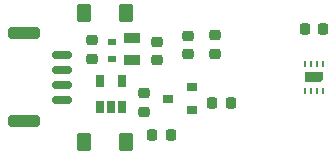
<source format=gbr>
%TF.GenerationSoftware,KiCad,Pcbnew,7.0.7-7.0.7~ubuntu23.04.1*%
%TF.CreationDate,2023-09-24T13:43:27+00:00*%
%TF.ProjectId,TFHT01,54464854-3031-42e6-9b69-6361645f7063,rev?*%
%TF.SameCoordinates,Original*%
%TF.FileFunction,Paste,Bot*%
%TF.FilePolarity,Positive*%
%FSLAX46Y46*%
G04 Gerber Fmt 4.6, Leading zero omitted, Abs format (unit mm)*
G04 Created by KiCad (PCBNEW 7.0.7-7.0.7~ubuntu23.04.1) date 2023-09-24 13:43:27*
%MOMM*%
%LPD*%
G01*
G04 APERTURE LIST*
G04 Aperture macros list*
%AMRoundRect*
0 Rectangle with rounded corners*
0 $1 Rounding radius*
0 $2 $3 $4 $5 $6 $7 $8 $9 X,Y pos of 4 corners*
0 Add a 4 corners polygon primitive as box body*
4,1,4,$2,$3,$4,$5,$6,$7,$8,$9,$2,$3,0*
0 Add four circle primitives for the rounded corners*
1,1,$1+$1,$2,$3*
1,1,$1+$1,$4,$5*
1,1,$1+$1,$6,$7*
1,1,$1+$1,$8,$9*
0 Add four rect primitives between the rounded corners*
20,1,$1+$1,$2,$3,$4,$5,0*
20,1,$1+$1,$4,$5,$6,$7,0*
20,1,$1+$1,$6,$7,$8,$9,0*
20,1,$1+$1,$8,$9,$2,$3,0*%
%AMFreePoly0*
4,1,6,0.450000,-0.800000,-0.180000,-0.800000,-0.450000,-0.530000,-0.450000,0.800000,0.450000,0.800000,0.450000,-0.800000,0.450000,-0.800000,$1*%
G04 Aperture macros list end*
%ADD10RoundRect,0.166667X0.458333X0.583333X-0.458333X0.583333X-0.458333X-0.583333X0.458333X-0.583333X0*%
%ADD11RoundRect,0.166667X-0.458333X-0.583333X0.458333X-0.583333X0.458333X0.583333X-0.458333X0.583333X0*%
%ADD12RoundRect,0.218750X0.256250X-0.218750X0.256250X0.218750X-0.256250X0.218750X-0.256250X-0.218750X0*%
%ADD13FreePoly0,90.000000*%
%ADD14R,0.250000X0.550000*%
%ADD15R,0.700000X0.600000*%
%ADD16RoundRect,0.150000X0.700000X-0.150000X0.700000X0.150000X-0.700000X0.150000X-0.700000X-0.150000X0*%
%ADD17RoundRect,0.250000X1.100000X-0.250000X1.100000X0.250000X-1.100000X0.250000X-1.100000X-0.250000X0*%
%ADD18RoundRect,0.218750X0.218750X0.256250X-0.218750X0.256250X-0.218750X-0.256250X0.218750X-0.256250X0*%
%ADD19RoundRect,0.218750X-0.218750X-0.256250X0.218750X-0.256250X0.218750X0.256250X-0.218750X0.256250X0*%
%ADD20R,0.900000X0.800000*%
%ADD21R,1.397000X0.889000*%
%ADD22R,0.650000X1.060000*%
%ADD23RoundRect,0.218750X-0.256250X0.218750X-0.256250X-0.218750X0.256250X-0.218750X0.256250X0.218750X0*%
G04 APERTURE END LIST*
D10*
%TO.C,D2*%
X10300000Y13000000D03*
D11*
X6700000Y13000000D03*
%TD*%
D12*
%TO.C,C4*%
X11811000Y4572000D03*
X11811000Y6147000D03*
%TD*%
D13*
%TO.C,U1*%
X26200000Y7500000D03*
D14*
X26950000Y6325000D03*
X26450000Y6325000D03*
X25950000Y6325000D03*
X25450000Y6325000D03*
X25450000Y8675000D03*
X25950000Y8675000D03*
X26450000Y8675000D03*
X26950000Y8675000D03*
%TD*%
D15*
%TO.C,D1*%
X9071000Y9075000D03*
X9071000Y10475000D03*
%TD*%
D10*
%TO.C,D3*%
X10300000Y2000000D03*
D11*
X6700000Y2000000D03*
%TD*%
D16*
%TO.C,J1*%
X4847200Y5625000D03*
X4847200Y6875000D03*
X4847200Y8125000D03*
X4847200Y9375000D03*
D17*
X1647200Y3775000D03*
X1647200Y11225000D03*
%TD*%
D18*
%TO.C,R2*%
X19177000Y5334000D03*
X17602000Y5334000D03*
%TD*%
D19*
%TO.C,C5*%
X25412500Y11594000D03*
X26987500Y11594000D03*
%TD*%
D18*
%TO.C,R4*%
X14097000Y2667000D03*
X12522000Y2667000D03*
%TD*%
D12*
%TO.C,C1*%
X12896000Y8962500D03*
X12896000Y10537500D03*
%TD*%
D20*
%TO.C,Q1*%
X15859000Y6665000D03*
X15859000Y4765000D03*
X13859000Y5715000D03*
%TD*%
D21*
%TO.C,C3*%
X10821000Y8947500D03*
X10821000Y10852500D03*
%TD*%
D22*
%TO.C,U3*%
X9967000Y4996000D03*
X9017000Y4996000D03*
X8067000Y4996000D03*
X8067000Y7196000D03*
X9967000Y7196000D03*
%TD*%
D23*
%TO.C,R3*%
X17780000Y11074500D03*
X17780000Y9499500D03*
%TD*%
%TO.C,R10*%
X15494000Y11049000D03*
X15494000Y9474000D03*
%TD*%
D12*
%TO.C,R1*%
X7421000Y9062500D03*
X7421000Y10637500D03*
%TD*%
M02*

</source>
